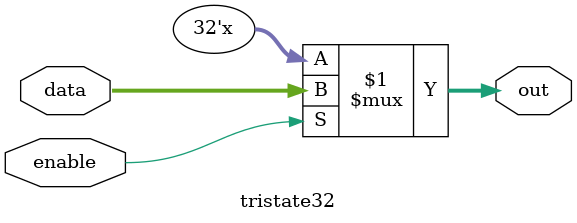
<source format=v>
module tristate32(
    input [31:0] data,
    input enable,
    output [31:0] out
);

    assign out = enable ? data : {32{1'bz}};

endmodule
</source>
